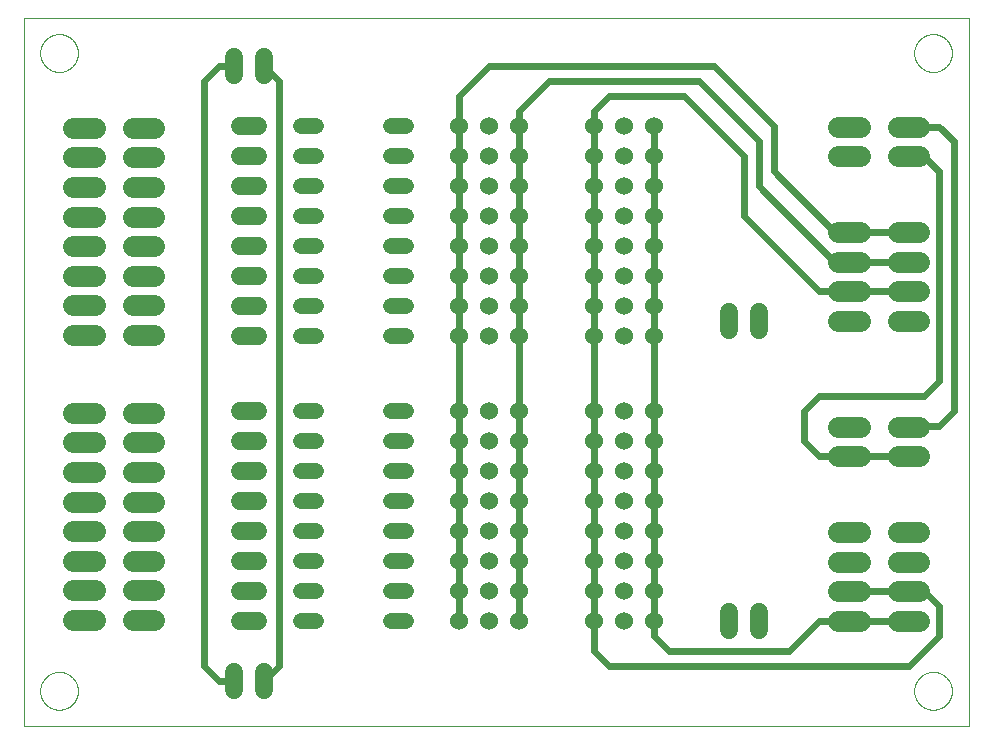
<source format=gbl>
G75*
%MOIN*%
%OFA0B0*%
%FSLAX25Y25*%
%IPPOS*%
%LPD*%
%AMOC8*
5,1,8,0,0,1.08239X$1,22.5*
%
%ADD10C,0.00000*%
%ADD11C,0.06000*%
%ADD12C,0.06000*%
%ADD13C,0.07087*%
%ADD14C,0.05200*%
%ADD15C,0.02400*%
D10*
X0001000Y0001000D02*
X0001000Y0237220D01*
X0315961Y0237220D01*
X0315961Y0001000D01*
X0001000Y0001000D01*
X0006512Y0012811D02*
X0006514Y0012969D01*
X0006520Y0013127D01*
X0006530Y0013285D01*
X0006544Y0013443D01*
X0006562Y0013600D01*
X0006583Y0013757D01*
X0006609Y0013913D01*
X0006639Y0014069D01*
X0006672Y0014224D01*
X0006710Y0014377D01*
X0006751Y0014530D01*
X0006796Y0014682D01*
X0006845Y0014833D01*
X0006898Y0014982D01*
X0006954Y0015130D01*
X0007014Y0015276D01*
X0007078Y0015421D01*
X0007146Y0015564D01*
X0007217Y0015706D01*
X0007291Y0015846D01*
X0007369Y0015983D01*
X0007451Y0016119D01*
X0007535Y0016253D01*
X0007624Y0016384D01*
X0007715Y0016513D01*
X0007810Y0016640D01*
X0007907Y0016765D01*
X0008008Y0016887D01*
X0008112Y0017006D01*
X0008219Y0017123D01*
X0008329Y0017237D01*
X0008442Y0017348D01*
X0008557Y0017457D01*
X0008675Y0017562D01*
X0008796Y0017664D01*
X0008919Y0017764D01*
X0009045Y0017860D01*
X0009173Y0017953D01*
X0009303Y0018043D01*
X0009436Y0018129D01*
X0009571Y0018213D01*
X0009707Y0018292D01*
X0009846Y0018369D01*
X0009987Y0018441D01*
X0010129Y0018511D01*
X0010273Y0018576D01*
X0010419Y0018638D01*
X0010566Y0018696D01*
X0010715Y0018751D01*
X0010865Y0018802D01*
X0011016Y0018849D01*
X0011168Y0018892D01*
X0011321Y0018931D01*
X0011476Y0018967D01*
X0011631Y0018998D01*
X0011787Y0019026D01*
X0011943Y0019050D01*
X0012100Y0019070D01*
X0012258Y0019086D01*
X0012415Y0019098D01*
X0012574Y0019106D01*
X0012732Y0019110D01*
X0012890Y0019110D01*
X0013048Y0019106D01*
X0013207Y0019098D01*
X0013364Y0019086D01*
X0013522Y0019070D01*
X0013679Y0019050D01*
X0013835Y0019026D01*
X0013991Y0018998D01*
X0014146Y0018967D01*
X0014301Y0018931D01*
X0014454Y0018892D01*
X0014606Y0018849D01*
X0014757Y0018802D01*
X0014907Y0018751D01*
X0015056Y0018696D01*
X0015203Y0018638D01*
X0015349Y0018576D01*
X0015493Y0018511D01*
X0015635Y0018441D01*
X0015776Y0018369D01*
X0015915Y0018292D01*
X0016051Y0018213D01*
X0016186Y0018129D01*
X0016319Y0018043D01*
X0016449Y0017953D01*
X0016577Y0017860D01*
X0016703Y0017764D01*
X0016826Y0017664D01*
X0016947Y0017562D01*
X0017065Y0017457D01*
X0017180Y0017348D01*
X0017293Y0017237D01*
X0017403Y0017123D01*
X0017510Y0017006D01*
X0017614Y0016887D01*
X0017715Y0016765D01*
X0017812Y0016640D01*
X0017907Y0016513D01*
X0017998Y0016384D01*
X0018087Y0016253D01*
X0018171Y0016119D01*
X0018253Y0015983D01*
X0018331Y0015846D01*
X0018405Y0015706D01*
X0018476Y0015564D01*
X0018544Y0015421D01*
X0018608Y0015276D01*
X0018668Y0015130D01*
X0018724Y0014982D01*
X0018777Y0014833D01*
X0018826Y0014682D01*
X0018871Y0014530D01*
X0018912Y0014377D01*
X0018950Y0014224D01*
X0018983Y0014069D01*
X0019013Y0013913D01*
X0019039Y0013757D01*
X0019060Y0013600D01*
X0019078Y0013443D01*
X0019092Y0013285D01*
X0019102Y0013127D01*
X0019108Y0012969D01*
X0019110Y0012811D01*
X0019108Y0012653D01*
X0019102Y0012495D01*
X0019092Y0012337D01*
X0019078Y0012179D01*
X0019060Y0012022D01*
X0019039Y0011865D01*
X0019013Y0011709D01*
X0018983Y0011553D01*
X0018950Y0011398D01*
X0018912Y0011245D01*
X0018871Y0011092D01*
X0018826Y0010940D01*
X0018777Y0010789D01*
X0018724Y0010640D01*
X0018668Y0010492D01*
X0018608Y0010346D01*
X0018544Y0010201D01*
X0018476Y0010058D01*
X0018405Y0009916D01*
X0018331Y0009776D01*
X0018253Y0009639D01*
X0018171Y0009503D01*
X0018087Y0009369D01*
X0017998Y0009238D01*
X0017907Y0009109D01*
X0017812Y0008982D01*
X0017715Y0008857D01*
X0017614Y0008735D01*
X0017510Y0008616D01*
X0017403Y0008499D01*
X0017293Y0008385D01*
X0017180Y0008274D01*
X0017065Y0008165D01*
X0016947Y0008060D01*
X0016826Y0007958D01*
X0016703Y0007858D01*
X0016577Y0007762D01*
X0016449Y0007669D01*
X0016319Y0007579D01*
X0016186Y0007493D01*
X0016051Y0007409D01*
X0015915Y0007330D01*
X0015776Y0007253D01*
X0015635Y0007181D01*
X0015493Y0007111D01*
X0015349Y0007046D01*
X0015203Y0006984D01*
X0015056Y0006926D01*
X0014907Y0006871D01*
X0014757Y0006820D01*
X0014606Y0006773D01*
X0014454Y0006730D01*
X0014301Y0006691D01*
X0014146Y0006655D01*
X0013991Y0006624D01*
X0013835Y0006596D01*
X0013679Y0006572D01*
X0013522Y0006552D01*
X0013364Y0006536D01*
X0013207Y0006524D01*
X0013048Y0006516D01*
X0012890Y0006512D01*
X0012732Y0006512D01*
X0012574Y0006516D01*
X0012415Y0006524D01*
X0012258Y0006536D01*
X0012100Y0006552D01*
X0011943Y0006572D01*
X0011787Y0006596D01*
X0011631Y0006624D01*
X0011476Y0006655D01*
X0011321Y0006691D01*
X0011168Y0006730D01*
X0011016Y0006773D01*
X0010865Y0006820D01*
X0010715Y0006871D01*
X0010566Y0006926D01*
X0010419Y0006984D01*
X0010273Y0007046D01*
X0010129Y0007111D01*
X0009987Y0007181D01*
X0009846Y0007253D01*
X0009707Y0007330D01*
X0009571Y0007409D01*
X0009436Y0007493D01*
X0009303Y0007579D01*
X0009173Y0007669D01*
X0009045Y0007762D01*
X0008919Y0007858D01*
X0008796Y0007958D01*
X0008675Y0008060D01*
X0008557Y0008165D01*
X0008442Y0008274D01*
X0008329Y0008385D01*
X0008219Y0008499D01*
X0008112Y0008616D01*
X0008008Y0008735D01*
X0007907Y0008857D01*
X0007810Y0008982D01*
X0007715Y0009109D01*
X0007624Y0009238D01*
X0007535Y0009369D01*
X0007451Y0009503D01*
X0007369Y0009639D01*
X0007291Y0009776D01*
X0007217Y0009916D01*
X0007146Y0010058D01*
X0007078Y0010201D01*
X0007014Y0010346D01*
X0006954Y0010492D01*
X0006898Y0010640D01*
X0006845Y0010789D01*
X0006796Y0010940D01*
X0006751Y0011092D01*
X0006710Y0011245D01*
X0006672Y0011398D01*
X0006639Y0011553D01*
X0006609Y0011709D01*
X0006583Y0011865D01*
X0006562Y0012022D01*
X0006544Y0012179D01*
X0006530Y0012337D01*
X0006520Y0012495D01*
X0006514Y0012653D01*
X0006512Y0012811D01*
X0006512Y0225409D02*
X0006514Y0225567D01*
X0006520Y0225725D01*
X0006530Y0225883D01*
X0006544Y0226041D01*
X0006562Y0226198D01*
X0006583Y0226355D01*
X0006609Y0226511D01*
X0006639Y0226667D01*
X0006672Y0226822D01*
X0006710Y0226975D01*
X0006751Y0227128D01*
X0006796Y0227280D01*
X0006845Y0227431D01*
X0006898Y0227580D01*
X0006954Y0227728D01*
X0007014Y0227874D01*
X0007078Y0228019D01*
X0007146Y0228162D01*
X0007217Y0228304D01*
X0007291Y0228444D01*
X0007369Y0228581D01*
X0007451Y0228717D01*
X0007535Y0228851D01*
X0007624Y0228982D01*
X0007715Y0229111D01*
X0007810Y0229238D01*
X0007907Y0229363D01*
X0008008Y0229485D01*
X0008112Y0229604D01*
X0008219Y0229721D01*
X0008329Y0229835D01*
X0008442Y0229946D01*
X0008557Y0230055D01*
X0008675Y0230160D01*
X0008796Y0230262D01*
X0008919Y0230362D01*
X0009045Y0230458D01*
X0009173Y0230551D01*
X0009303Y0230641D01*
X0009436Y0230727D01*
X0009571Y0230811D01*
X0009707Y0230890D01*
X0009846Y0230967D01*
X0009987Y0231039D01*
X0010129Y0231109D01*
X0010273Y0231174D01*
X0010419Y0231236D01*
X0010566Y0231294D01*
X0010715Y0231349D01*
X0010865Y0231400D01*
X0011016Y0231447D01*
X0011168Y0231490D01*
X0011321Y0231529D01*
X0011476Y0231565D01*
X0011631Y0231596D01*
X0011787Y0231624D01*
X0011943Y0231648D01*
X0012100Y0231668D01*
X0012258Y0231684D01*
X0012415Y0231696D01*
X0012574Y0231704D01*
X0012732Y0231708D01*
X0012890Y0231708D01*
X0013048Y0231704D01*
X0013207Y0231696D01*
X0013364Y0231684D01*
X0013522Y0231668D01*
X0013679Y0231648D01*
X0013835Y0231624D01*
X0013991Y0231596D01*
X0014146Y0231565D01*
X0014301Y0231529D01*
X0014454Y0231490D01*
X0014606Y0231447D01*
X0014757Y0231400D01*
X0014907Y0231349D01*
X0015056Y0231294D01*
X0015203Y0231236D01*
X0015349Y0231174D01*
X0015493Y0231109D01*
X0015635Y0231039D01*
X0015776Y0230967D01*
X0015915Y0230890D01*
X0016051Y0230811D01*
X0016186Y0230727D01*
X0016319Y0230641D01*
X0016449Y0230551D01*
X0016577Y0230458D01*
X0016703Y0230362D01*
X0016826Y0230262D01*
X0016947Y0230160D01*
X0017065Y0230055D01*
X0017180Y0229946D01*
X0017293Y0229835D01*
X0017403Y0229721D01*
X0017510Y0229604D01*
X0017614Y0229485D01*
X0017715Y0229363D01*
X0017812Y0229238D01*
X0017907Y0229111D01*
X0017998Y0228982D01*
X0018087Y0228851D01*
X0018171Y0228717D01*
X0018253Y0228581D01*
X0018331Y0228444D01*
X0018405Y0228304D01*
X0018476Y0228162D01*
X0018544Y0228019D01*
X0018608Y0227874D01*
X0018668Y0227728D01*
X0018724Y0227580D01*
X0018777Y0227431D01*
X0018826Y0227280D01*
X0018871Y0227128D01*
X0018912Y0226975D01*
X0018950Y0226822D01*
X0018983Y0226667D01*
X0019013Y0226511D01*
X0019039Y0226355D01*
X0019060Y0226198D01*
X0019078Y0226041D01*
X0019092Y0225883D01*
X0019102Y0225725D01*
X0019108Y0225567D01*
X0019110Y0225409D01*
X0019108Y0225251D01*
X0019102Y0225093D01*
X0019092Y0224935D01*
X0019078Y0224777D01*
X0019060Y0224620D01*
X0019039Y0224463D01*
X0019013Y0224307D01*
X0018983Y0224151D01*
X0018950Y0223996D01*
X0018912Y0223843D01*
X0018871Y0223690D01*
X0018826Y0223538D01*
X0018777Y0223387D01*
X0018724Y0223238D01*
X0018668Y0223090D01*
X0018608Y0222944D01*
X0018544Y0222799D01*
X0018476Y0222656D01*
X0018405Y0222514D01*
X0018331Y0222374D01*
X0018253Y0222237D01*
X0018171Y0222101D01*
X0018087Y0221967D01*
X0017998Y0221836D01*
X0017907Y0221707D01*
X0017812Y0221580D01*
X0017715Y0221455D01*
X0017614Y0221333D01*
X0017510Y0221214D01*
X0017403Y0221097D01*
X0017293Y0220983D01*
X0017180Y0220872D01*
X0017065Y0220763D01*
X0016947Y0220658D01*
X0016826Y0220556D01*
X0016703Y0220456D01*
X0016577Y0220360D01*
X0016449Y0220267D01*
X0016319Y0220177D01*
X0016186Y0220091D01*
X0016051Y0220007D01*
X0015915Y0219928D01*
X0015776Y0219851D01*
X0015635Y0219779D01*
X0015493Y0219709D01*
X0015349Y0219644D01*
X0015203Y0219582D01*
X0015056Y0219524D01*
X0014907Y0219469D01*
X0014757Y0219418D01*
X0014606Y0219371D01*
X0014454Y0219328D01*
X0014301Y0219289D01*
X0014146Y0219253D01*
X0013991Y0219222D01*
X0013835Y0219194D01*
X0013679Y0219170D01*
X0013522Y0219150D01*
X0013364Y0219134D01*
X0013207Y0219122D01*
X0013048Y0219114D01*
X0012890Y0219110D01*
X0012732Y0219110D01*
X0012574Y0219114D01*
X0012415Y0219122D01*
X0012258Y0219134D01*
X0012100Y0219150D01*
X0011943Y0219170D01*
X0011787Y0219194D01*
X0011631Y0219222D01*
X0011476Y0219253D01*
X0011321Y0219289D01*
X0011168Y0219328D01*
X0011016Y0219371D01*
X0010865Y0219418D01*
X0010715Y0219469D01*
X0010566Y0219524D01*
X0010419Y0219582D01*
X0010273Y0219644D01*
X0010129Y0219709D01*
X0009987Y0219779D01*
X0009846Y0219851D01*
X0009707Y0219928D01*
X0009571Y0220007D01*
X0009436Y0220091D01*
X0009303Y0220177D01*
X0009173Y0220267D01*
X0009045Y0220360D01*
X0008919Y0220456D01*
X0008796Y0220556D01*
X0008675Y0220658D01*
X0008557Y0220763D01*
X0008442Y0220872D01*
X0008329Y0220983D01*
X0008219Y0221097D01*
X0008112Y0221214D01*
X0008008Y0221333D01*
X0007907Y0221455D01*
X0007810Y0221580D01*
X0007715Y0221707D01*
X0007624Y0221836D01*
X0007535Y0221967D01*
X0007451Y0222101D01*
X0007369Y0222237D01*
X0007291Y0222374D01*
X0007217Y0222514D01*
X0007146Y0222656D01*
X0007078Y0222799D01*
X0007014Y0222944D01*
X0006954Y0223090D01*
X0006898Y0223238D01*
X0006845Y0223387D01*
X0006796Y0223538D01*
X0006751Y0223690D01*
X0006710Y0223843D01*
X0006672Y0223996D01*
X0006639Y0224151D01*
X0006609Y0224307D01*
X0006583Y0224463D01*
X0006562Y0224620D01*
X0006544Y0224777D01*
X0006530Y0224935D01*
X0006520Y0225093D01*
X0006514Y0225251D01*
X0006512Y0225409D01*
X0297851Y0225409D02*
X0297853Y0225567D01*
X0297859Y0225725D01*
X0297869Y0225883D01*
X0297883Y0226041D01*
X0297901Y0226198D01*
X0297922Y0226355D01*
X0297948Y0226511D01*
X0297978Y0226667D01*
X0298011Y0226822D01*
X0298049Y0226975D01*
X0298090Y0227128D01*
X0298135Y0227280D01*
X0298184Y0227431D01*
X0298237Y0227580D01*
X0298293Y0227728D01*
X0298353Y0227874D01*
X0298417Y0228019D01*
X0298485Y0228162D01*
X0298556Y0228304D01*
X0298630Y0228444D01*
X0298708Y0228581D01*
X0298790Y0228717D01*
X0298874Y0228851D01*
X0298963Y0228982D01*
X0299054Y0229111D01*
X0299149Y0229238D01*
X0299246Y0229363D01*
X0299347Y0229485D01*
X0299451Y0229604D01*
X0299558Y0229721D01*
X0299668Y0229835D01*
X0299781Y0229946D01*
X0299896Y0230055D01*
X0300014Y0230160D01*
X0300135Y0230262D01*
X0300258Y0230362D01*
X0300384Y0230458D01*
X0300512Y0230551D01*
X0300642Y0230641D01*
X0300775Y0230727D01*
X0300910Y0230811D01*
X0301046Y0230890D01*
X0301185Y0230967D01*
X0301326Y0231039D01*
X0301468Y0231109D01*
X0301612Y0231174D01*
X0301758Y0231236D01*
X0301905Y0231294D01*
X0302054Y0231349D01*
X0302204Y0231400D01*
X0302355Y0231447D01*
X0302507Y0231490D01*
X0302660Y0231529D01*
X0302815Y0231565D01*
X0302970Y0231596D01*
X0303126Y0231624D01*
X0303282Y0231648D01*
X0303439Y0231668D01*
X0303597Y0231684D01*
X0303754Y0231696D01*
X0303913Y0231704D01*
X0304071Y0231708D01*
X0304229Y0231708D01*
X0304387Y0231704D01*
X0304546Y0231696D01*
X0304703Y0231684D01*
X0304861Y0231668D01*
X0305018Y0231648D01*
X0305174Y0231624D01*
X0305330Y0231596D01*
X0305485Y0231565D01*
X0305640Y0231529D01*
X0305793Y0231490D01*
X0305945Y0231447D01*
X0306096Y0231400D01*
X0306246Y0231349D01*
X0306395Y0231294D01*
X0306542Y0231236D01*
X0306688Y0231174D01*
X0306832Y0231109D01*
X0306974Y0231039D01*
X0307115Y0230967D01*
X0307254Y0230890D01*
X0307390Y0230811D01*
X0307525Y0230727D01*
X0307658Y0230641D01*
X0307788Y0230551D01*
X0307916Y0230458D01*
X0308042Y0230362D01*
X0308165Y0230262D01*
X0308286Y0230160D01*
X0308404Y0230055D01*
X0308519Y0229946D01*
X0308632Y0229835D01*
X0308742Y0229721D01*
X0308849Y0229604D01*
X0308953Y0229485D01*
X0309054Y0229363D01*
X0309151Y0229238D01*
X0309246Y0229111D01*
X0309337Y0228982D01*
X0309426Y0228851D01*
X0309510Y0228717D01*
X0309592Y0228581D01*
X0309670Y0228444D01*
X0309744Y0228304D01*
X0309815Y0228162D01*
X0309883Y0228019D01*
X0309947Y0227874D01*
X0310007Y0227728D01*
X0310063Y0227580D01*
X0310116Y0227431D01*
X0310165Y0227280D01*
X0310210Y0227128D01*
X0310251Y0226975D01*
X0310289Y0226822D01*
X0310322Y0226667D01*
X0310352Y0226511D01*
X0310378Y0226355D01*
X0310399Y0226198D01*
X0310417Y0226041D01*
X0310431Y0225883D01*
X0310441Y0225725D01*
X0310447Y0225567D01*
X0310449Y0225409D01*
X0310447Y0225251D01*
X0310441Y0225093D01*
X0310431Y0224935D01*
X0310417Y0224777D01*
X0310399Y0224620D01*
X0310378Y0224463D01*
X0310352Y0224307D01*
X0310322Y0224151D01*
X0310289Y0223996D01*
X0310251Y0223843D01*
X0310210Y0223690D01*
X0310165Y0223538D01*
X0310116Y0223387D01*
X0310063Y0223238D01*
X0310007Y0223090D01*
X0309947Y0222944D01*
X0309883Y0222799D01*
X0309815Y0222656D01*
X0309744Y0222514D01*
X0309670Y0222374D01*
X0309592Y0222237D01*
X0309510Y0222101D01*
X0309426Y0221967D01*
X0309337Y0221836D01*
X0309246Y0221707D01*
X0309151Y0221580D01*
X0309054Y0221455D01*
X0308953Y0221333D01*
X0308849Y0221214D01*
X0308742Y0221097D01*
X0308632Y0220983D01*
X0308519Y0220872D01*
X0308404Y0220763D01*
X0308286Y0220658D01*
X0308165Y0220556D01*
X0308042Y0220456D01*
X0307916Y0220360D01*
X0307788Y0220267D01*
X0307658Y0220177D01*
X0307525Y0220091D01*
X0307390Y0220007D01*
X0307254Y0219928D01*
X0307115Y0219851D01*
X0306974Y0219779D01*
X0306832Y0219709D01*
X0306688Y0219644D01*
X0306542Y0219582D01*
X0306395Y0219524D01*
X0306246Y0219469D01*
X0306096Y0219418D01*
X0305945Y0219371D01*
X0305793Y0219328D01*
X0305640Y0219289D01*
X0305485Y0219253D01*
X0305330Y0219222D01*
X0305174Y0219194D01*
X0305018Y0219170D01*
X0304861Y0219150D01*
X0304703Y0219134D01*
X0304546Y0219122D01*
X0304387Y0219114D01*
X0304229Y0219110D01*
X0304071Y0219110D01*
X0303913Y0219114D01*
X0303754Y0219122D01*
X0303597Y0219134D01*
X0303439Y0219150D01*
X0303282Y0219170D01*
X0303126Y0219194D01*
X0302970Y0219222D01*
X0302815Y0219253D01*
X0302660Y0219289D01*
X0302507Y0219328D01*
X0302355Y0219371D01*
X0302204Y0219418D01*
X0302054Y0219469D01*
X0301905Y0219524D01*
X0301758Y0219582D01*
X0301612Y0219644D01*
X0301468Y0219709D01*
X0301326Y0219779D01*
X0301185Y0219851D01*
X0301046Y0219928D01*
X0300910Y0220007D01*
X0300775Y0220091D01*
X0300642Y0220177D01*
X0300512Y0220267D01*
X0300384Y0220360D01*
X0300258Y0220456D01*
X0300135Y0220556D01*
X0300014Y0220658D01*
X0299896Y0220763D01*
X0299781Y0220872D01*
X0299668Y0220983D01*
X0299558Y0221097D01*
X0299451Y0221214D01*
X0299347Y0221333D01*
X0299246Y0221455D01*
X0299149Y0221580D01*
X0299054Y0221707D01*
X0298963Y0221836D01*
X0298874Y0221967D01*
X0298790Y0222101D01*
X0298708Y0222237D01*
X0298630Y0222374D01*
X0298556Y0222514D01*
X0298485Y0222656D01*
X0298417Y0222799D01*
X0298353Y0222944D01*
X0298293Y0223090D01*
X0298237Y0223238D01*
X0298184Y0223387D01*
X0298135Y0223538D01*
X0298090Y0223690D01*
X0298049Y0223843D01*
X0298011Y0223996D01*
X0297978Y0224151D01*
X0297948Y0224307D01*
X0297922Y0224463D01*
X0297901Y0224620D01*
X0297883Y0224777D01*
X0297869Y0224935D01*
X0297859Y0225093D01*
X0297853Y0225251D01*
X0297851Y0225409D01*
X0297851Y0012811D02*
X0297853Y0012969D01*
X0297859Y0013127D01*
X0297869Y0013285D01*
X0297883Y0013443D01*
X0297901Y0013600D01*
X0297922Y0013757D01*
X0297948Y0013913D01*
X0297978Y0014069D01*
X0298011Y0014224D01*
X0298049Y0014377D01*
X0298090Y0014530D01*
X0298135Y0014682D01*
X0298184Y0014833D01*
X0298237Y0014982D01*
X0298293Y0015130D01*
X0298353Y0015276D01*
X0298417Y0015421D01*
X0298485Y0015564D01*
X0298556Y0015706D01*
X0298630Y0015846D01*
X0298708Y0015983D01*
X0298790Y0016119D01*
X0298874Y0016253D01*
X0298963Y0016384D01*
X0299054Y0016513D01*
X0299149Y0016640D01*
X0299246Y0016765D01*
X0299347Y0016887D01*
X0299451Y0017006D01*
X0299558Y0017123D01*
X0299668Y0017237D01*
X0299781Y0017348D01*
X0299896Y0017457D01*
X0300014Y0017562D01*
X0300135Y0017664D01*
X0300258Y0017764D01*
X0300384Y0017860D01*
X0300512Y0017953D01*
X0300642Y0018043D01*
X0300775Y0018129D01*
X0300910Y0018213D01*
X0301046Y0018292D01*
X0301185Y0018369D01*
X0301326Y0018441D01*
X0301468Y0018511D01*
X0301612Y0018576D01*
X0301758Y0018638D01*
X0301905Y0018696D01*
X0302054Y0018751D01*
X0302204Y0018802D01*
X0302355Y0018849D01*
X0302507Y0018892D01*
X0302660Y0018931D01*
X0302815Y0018967D01*
X0302970Y0018998D01*
X0303126Y0019026D01*
X0303282Y0019050D01*
X0303439Y0019070D01*
X0303597Y0019086D01*
X0303754Y0019098D01*
X0303913Y0019106D01*
X0304071Y0019110D01*
X0304229Y0019110D01*
X0304387Y0019106D01*
X0304546Y0019098D01*
X0304703Y0019086D01*
X0304861Y0019070D01*
X0305018Y0019050D01*
X0305174Y0019026D01*
X0305330Y0018998D01*
X0305485Y0018967D01*
X0305640Y0018931D01*
X0305793Y0018892D01*
X0305945Y0018849D01*
X0306096Y0018802D01*
X0306246Y0018751D01*
X0306395Y0018696D01*
X0306542Y0018638D01*
X0306688Y0018576D01*
X0306832Y0018511D01*
X0306974Y0018441D01*
X0307115Y0018369D01*
X0307254Y0018292D01*
X0307390Y0018213D01*
X0307525Y0018129D01*
X0307658Y0018043D01*
X0307788Y0017953D01*
X0307916Y0017860D01*
X0308042Y0017764D01*
X0308165Y0017664D01*
X0308286Y0017562D01*
X0308404Y0017457D01*
X0308519Y0017348D01*
X0308632Y0017237D01*
X0308742Y0017123D01*
X0308849Y0017006D01*
X0308953Y0016887D01*
X0309054Y0016765D01*
X0309151Y0016640D01*
X0309246Y0016513D01*
X0309337Y0016384D01*
X0309426Y0016253D01*
X0309510Y0016119D01*
X0309592Y0015983D01*
X0309670Y0015846D01*
X0309744Y0015706D01*
X0309815Y0015564D01*
X0309883Y0015421D01*
X0309947Y0015276D01*
X0310007Y0015130D01*
X0310063Y0014982D01*
X0310116Y0014833D01*
X0310165Y0014682D01*
X0310210Y0014530D01*
X0310251Y0014377D01*
X0310289Y0014224D01*
X0310322Y0014069D01*
X0310352Y0013913D01*
X0310378Y0013757D01*
X0310399Y0013600D01*
X0310417Y0013443D01*
X0310431Y0013285D01*
X0310441Y0013127D01*
X0310447Y0012969D01*
X0310449Y0012811D01*
X0310447Y0012653D01*
X0310441Y0012495D01*
X0310431Y0012337D01*
X0310417Y0012179D01*
X0310399Y0012022D01*
X0310378Y0011865D01*
X0310352Y0011709D01*
X0310322Y0011553D01*
X0310289Y0011398D01*
X0310251Y0011245D01*
X0310210Y0011092D01*
X0310165Y0010940D01*
X0310116Y0010789D01*
X0310063Y0010640D01*
X0310007Y0010492D01*
X0309947Y0010346D01*
X0309883Y0010201D01*
X0309815Y0010058D01*
X0309744Y0009916D01*
X0309670Y0009776D01*
X0309592Y0009639D01*
X0309510Y0009503D01*
X0309426Y0009369D01*
X0309337Y0009238D01*
X0309246Y0009109D01*
X0309151Y0008982D01*
X0309054Y0008857D01*
X0308953Y0008735D01*
X0308849Y0008616D01*
X0308742Y0008499D01*
X0308632Y0008385D01*
X0308519Y0008274D01*
X0308404Y0008165D01*
X0308286Y0008060D01*
X0308165Y0007958D01*
X0308042Y0007858D01*
X0307916Y0007762D01*
X0307788Y0007669D01*
X0307658Y0007579D01*
X0307525Y0007493D01*
X0307390Y0007409D01*
X0307254Y0007330D01*
X0307115Y0007253D01*
X0306974Y0007181D01*
X0306832Y0007111D01*
X0306688Y0007046D01*
X0306542Y0006984D01*
X0306395Y0006926D01*
X0306246Y0006871D01*
X0306096Y0006820D01*
X0305945Y0006773D01*
X0305793Y0006730D01*
X0305640Y0006691D01*
X0305485Y0006655D01*
X0305330Y0006624D01*
X0305174Y0006596D01*
X0305018Y0006572D01*
X0304861Y0006552D01*
X0304703Y0006536D01*
X0304546Y0006524D01*
X0304387Y0006516D01*
X0304229Y0006512D01*
X0304071Y0006512D01*
X0303913Y0006516D01*
X0303754Y0006524D01*
X0303597Y0006536D01*
X0303439Y0006552D01*
X0303282Y0006572D01*
X0303126Y0006596D01*
X0302970Y0006624D01*
X0302815Y0006655D01*
X0302660Y0006691D01*
X0302507Y0006730D01*
X0302355Y0006773D01*
X0302204Y0006820D01*
X0302054Y0006871D01*
X0301905Y0006926D01*
X0301758Y0006984D01*
X0301612Y0007046D01*
X0301468Y0007111D01*
X0301326Y0007181D01*
X0301185Y0007253D01*
X0301046Y0007330D01*
X0300910Y0007409D01*
X0300775Y0007493D01*
X0300642Y0007579D01*
X0300512Y0007669D01*
X0300384Y0007762D01*
X0300258Y0007858D01*
X0300135Y0007958D01*
X0300014Y0008060D01*
X0299896Y0008165D01*
X0299781Y0008274D01*
X0299668Y0008385D01*
X0299558Y0008499D01*
X0299451Y0008616D01*
X0299347Y0008735D01*
X0299246Y0008857D01*
X0299149Y0008982D01*
X0299054Y0009109D01*
X0298963Y0009238D01*
X0298874Y0009369D01*
X0298790Y0009503D01*
X0298708Y0009639D01*
X0298630Y0009776D01*
X0298556Y0009916D01*
X0298485Y0010058D01*
X0298417Y0010201D01*
X0298353Y0010346D01*
X0298293Y0010492D01*
X0298237Y0010640D01*
X0298184Y0010789D01*
X0298135Y0010940D01*
X0298090Y0011092D01*
X0298049Y0011245D01*
X0298011Y0011398D01*
X0297978Y0011553D01*
X0297948Y0011709D01*
X0297922Y0011865D01*
X0297901Y0012022D01*
X0297883Y0012179D01*
X0297869Y0012337D01*
X0297859Y0012495D01*
X0297853Y0012653D01*
X0297851Y0012811D01*
D11*
X0246000Y0033000D02*
X0246000Y0039000D01*
X0236000Y0039000D02*
X0236000Y0033000D01*
X0236000Y0133000D02*
X0236000Y0139000D01*
X0246000Y0139000D02*
X0246000Y0133000D01*
X0081000Y0218000D02*
X0081000Y0224000D01*
X0071000Y0224000D02*
X0071000Y0218000D01*
X0073000Y0201000D02*
X0079000Y0201000D01*
X0079000Y0191000D02*
X0073000Y0191000D01*
X0073000Y0181000D02*
X0079000Y0181000D01*
X0079000Y0171000D02*
X0073000Y0171000D01*
X0073000Y0161000D02*
X0079000Y0161000D01*
X0079000Y0151000D02*
X0073000Y0151000D01*
X0073000Y0141000D02*
X0079000Y0141000D01*
X0079000Y0131000D02*
X0073000Y0131000D01*
X0073000Y0106000D02*
X0079000Y0106000D01*
X0079000Y0096000D02*
X0073000Y0096000D01*
X0073000Y0086000D02*
X0079000Y0086000D01*
X0079000Y0076000D02*
X0073000Y0076000D01*
X0073000Y0066000D02*
X0079000Y0066000D01*
X0079000Y0056000D02*
X0073000Y0056000D01*
X0073000Y0046000D02*
X0079000Y0046000D01*
X0079000Y0036000D02*
X0073000Y0036000D01*
X0071000Y0019000D02*
X0071000Y0013000D01*
X0081000Y0013000D02*
X0081000Y0019000D01*
D12*
X0146000Y0036000D03*
X0156000Y0036000D03*
X0166000Y0036000D03*
X0166000Y0046000D03*
X0156000Y0046000D03*
X0146000Y0046000D03*
X0146000Y0056000D03*
X0156000Y0056000D03*
X0166000Y0056000D03*
X0166000Y0066000D03*
X0156000Y0066000D03*
X0146000Y0066000D03*
X0146000Y0076000D03*
X0156000Y0076000D03*
X0166000Y0076000D03*
X0166000Y0086000D03*
X0156000Y0086000D03*
X0146000Y0086000D03*
X0146000Y0096000D03*
X0156000Y0096000D03*
X0166000Y0096000D03*
X0166000Y0106000D03*
X0156000Y0106000D03*
X0146000Y0106000D03*
X0146000Y0131000D03*
X0156000Y0131000D03*
X0166000Y0131000D03*
X0166000Y0141000D03*
X0156000Y0141000D03*
X0146000Y0141000D03*
X0146000Y0151000D03*
X0156000Y0151000D03*
X0166000Y0151000D03*
X0166000Y0161000D03*
X0156000Y0161000D03*
X0146000Y0161000D03*
X0146000Y0171000D03*
X0156000Y0171000D03*
X0166000Y0171000D03*
X0166000Y0181000D03*
X0156000Y0181000D03*
X0146000Y0181000D03*
X0146000Y0191000D03*
X0156000Y0191000D03*
X0166000Y0191000D03*
X0166000Y0201000D03*
X0156000Y0201000D03*
X0146000Y0201000D03*
X0191000Y0201000D03*
X0201000Y0201000D03*
X0211000Y0201000D03*
X0211000Y0191000D03*
X0201000Y0191000D03*
X0191000Y0191000D03*
X0191000Y0181000D03*
X0201000Y0181000D03*
X0211000Y0181000D03*
X0211000Y0171000D03*
X0201000Y0171000D03*
X0191000Y0171000D03*
X0191000Y0161000D03*
X0201000Y0161000D03*
X0211000Y0161000D03*
X0211000Y0151000D03*
X0201000Y0151000D03*
X0191000Y0151000D03*
X0191000Y0141000D03*
X0201000Y0141000D03*
X0211000Y0141000D03*
X0211000Y0131000D03*
X0201000Y0131000D03*
X0191000Y0131000D03*
X0191000Y0106000D03*
X0201000Y0106000D03*
X0211000Y0106000D03*
X0211000Y0096000D03*
X0201000Y0096000D03*
X0191000Y0096000D03*
X0191000Y0086000D03*
X0201000Y0086000D03*
X0211000Y0086000D03*
X0211000Y0076000D03*
X0201000Y0076000D03*
X0191000Y0076000D03*
X0191000Y0066000D03*
X0201000Y0066000D03*
X0211000Y0066000D03*
X0211000Y0056000D03*
X0201000Y0056000D03*
X0191000Y0056000D03*
X0191000Y0046000D03*
X0201000Y0046000D03*
X0211000Y0046000D03*
X0211000Y0036000D03*
X0201000Y0036000D03*
X0191000Y0036000D03*
D13*
X0272614Y0036236D02*
X0279701Y0036236D01*
X0279701Y0046079D02*
X0272614Y0046079D01*
X0272614Y0055921D02*
X0279701Y0055921D01*
X0279701Y0065764D02*
X0272614Y0065764D01*
X0292299Y0065764D02*
X0299386Y0065764D01*
X0299386Y0055921D02*
X0292299Y0055921D01*
X0292299Y0046079D02*
X0299386Y0046079D01*
X0299386Y0036236D02*
X0292299Y0036236D01*
X0292299Y0091079D02*
X0299386Y0091079D01*
X0299386Y0100921D02*
X0292299Y0100921D01*
X0279701Y0100921D02*
X0272614Y0100921D01*
X0272614Y0091079D02*
X0279701Y0091079D01*
X0279701Y0136236D02*
X0272614Y0136236D01*
X0272614Y0146079D02*
X0279701Y0146079D01*
X0279701Y0155921D02*
X0272614Y0155921D01*
X0272614Y0165764D02*
X0279701Y0165764D01*
X0292299Y0165764D02*
X0299386Y0165764D01*
X0299386Y0155921D02*
X0292299Y0155921D01*
X0292299Y0146079D02*
X0299386Y0146079D01*
X0299386Y0136236D02*
X0292299Y0136236D01*
X0292299Y0191079D02*
X0299386Y0191079D01*
X0299386Y0200921D02*
X0292299Y0200921D01*
X0279701Y0200921D02*
X0272614Y0200921D01*
X0272614Y0191079D02*
X0279701Y0191079D01*
X0044386Y0190606D02*
X0037299Y0190606D01*
X0037299Y0200449D02*
X0044386Y0200449D01*
X0024701Y0200449D02*
X0017614Y0200449D01*
X0017614Y0190606D02*
X0024701Y0190606D01*
X0024701Y0180764D02*
X0017614Y0180764D01*
X0017614Y0170921D02*
X0024701Y0170921D01*
X0024701Y0161079D02*
X0017614Y0161079D01*
X0017614Y0151236D02*
X0024701Y0151236D01*
X0024701Y0141394D02*
X0017614Y0141394D01*
X0017614Y0131551D02*
X0024701Y0131551D01*
X0037299Y0131551D02*
X0044386Y0131551D01*
X0044386Y0141394D02*
X0037299Y0141394D01*
X0037299Y0151236D02*
X0044386Y0151236D01*
X0044386Y0161079D02*
X0037299Y0161079D01*
X0037299Y0170921D02*
X0044386Y0170921D01*
X0044386Y0180764D02*
X0037299Y0180764D01*
X0037299Y0105449D02*
X0044386Y0105449D01*
X0044386Y0095606D02*
X0037299Y0095606D01*
X0037299Y0085764D02*
X0044386Y0085764D01*
X0044386Y0075921D02*
X0037299Y0075921D01*
X0037299Y0066079D02*
X0044386Y0066079D01*
X0044386Y0056236D02*
X0037299Y0056236D01*
X0037299Y0046394D02*
X0044386Y0046394D01*
X0044386Y0036551D02*
X0037299Y0036551D01*
X0024701Y0036551D02*
X0017614Y0036551D01*
X0017614Y0046394D02*
X0024701Y0046394D01*
X0024701Y0056236D02*
X0017614Y0056236D01*
X0017614Y0066079D02*
X0024701Y0066079D01*
X0024701Y0075921D02*
X0017614Y0075921D01*
X0017614Y0085764D02*
X0024701Y0085764D01*
X0024701Y0095606D02*
X0017614Y0095606D01*
X0017614Y0105449D02*
X0024701Y0105449D01*
D14*
X0093400Y0106000D02*
X0098600Y0106000D01*
X0098600Y0096000D02*
X0093400Y0096000D01*
X0093400Y0086000D02*
X0098600Y0086000D01*
X0098600Y0076000D02*
X0093400Y0076000D01*
X0093400Y0066000D02*
X0098600Y0066000D01*
X0098600Y0056000D02*
X0093400Y0056000D01*
X0093400Y0046000D02*
X0098600Y0046000D01*
X0098600Y0036000D02*
X0093400Y0036000D01*
X0123400Y0036000D02*
X0128600Y0036000D01*
X0128600Y0046000D02*
X0123400Y0046000D01*
X0123400Y0056000D02*
X0128600Y0056000D01*
X0128600Y0066000D02*
X0123400Y0066000D01*
X0123400Y0076000D02*
X0128600Y0076000D01*
X0128600Y0086000D02*
X0123400Y0086000D01*
X0123400Y0096000D02*
X0128600Y0096000D01*
X0128600Y0106000D02*
X0123400Y0106000D01*
X0123400Y0131000D02*
X0128600Y0131000D01*
X0128600Y0141000D02*
X0123400Y0141000D01*
X0123400Y0151000D02*
X0128600Y0151000D01*
X0128600Y0161000D02*
X0123400Y0161000D01*
X0123400Y0171000D02*
X0128600Y0171000D01*
X0128600Y0181000D02*
X0123400Y0181000D01*
X0123400Y0191000D02*
X0128600Y0191000D01*
X0128600Y0201000D02*
X0123400Y0201000D01*
X0098600Y0201000D02*
X0093400Y0201000D01*
X0093400Y0191000D02*
X0098600Y0191000D01*
X0098600Y0181000D02*
X0093400Y0181000D01*
X0093400Y0171000D02*
X0098600Y0171000D01*
X0098600Y0161000D02*
X0093400Y0161000D01*
X0093400Y0151000D02*
X0098600Y0151000D01*
X0098600Y0141000D02*
X0093400Y0141000D01*
X0093400Y0131000D02*
X0098600Y0131000D01*
D15*
X0146000Y0131000D02*
X0146000Y0106000D01*
X0146000Y0096000D01*
X0146000Y0086000D01*
X0146000Y0076000D01*
X0146000Y0066000D01*
X0146000Y0056000D01*
X0146000Y0046000D01*
X0146000Y0036000D01*
X0166000Y0036000D02*
X0166000Y0046000D01*
X0166000Y0056000D01*
X0166000Y0066000D01*
X0166000Y0076000D01*
X0166000Y0086000D01*
X0166000Y0096000D01*
X0166000Y0106000D01*
X0166000Y0131000D01*
X0166000Y0141000D01*
X0166000Y0151000D01*
X0166000Y0161000D01*
X0166000Y0171000D01*
X0166000Y0181000D01*
X0166000Y0191000D01*
X0166000Y0201000D01*
X0166000Y0206000D01*
X0176000Y0216000D01*
X0226000Y0216000D01*
X0246000Y0196000D01*
X0246000Y0181000D01*
X0271079Y0155921D01*
X0295843Y0155921D01*
X0295843Y0146079D02*
X0266000Y0146079D01*
X0241000Y0171079D01*
X0241000Y0191000D01*
X0221000Y0211000D01*
X0196000Y0211000D01*
X0191000Y0206000D01*
X0191000Y0181000D01*
X0191000Y0171000D01*
X0191000Y0161000D01*
X0191000Y0151000D01*
X0191000Y0141000D01*
X0191000Y0131000D01*
X0191000Y0106000D01*
X0191000Y0096000D01*
X0191000Y0086000D01*
X0191000Y0076000D01*
X0191000Y0066000D01*
X0191000Y0056000D01*
X0191000Y0046000D01*
X0191000Y0036000D01*
X0191000Y0026000D01*
X0196000Y0021000D01*
X0296000Y0021000D01*
X0306000Y0031000D01*
X0306000Y0041000D01*
X0301000Y0046000D01*
X0276000Y0046000D01*
X0276079Y0046079D01*
X0295843Y0046079D01*
X0295843Y0036236D02*
X0266236Y0036236D01*
X0256000Y0026000D01*
X0216000Y0026000D01*
X0211000Y0031000D01*
X0211000Y0036000D01*
X0211000Y0046000D01*
X0211000Y0056000D01*
X0211000Y0066000D01*
X0211000Y0076000D01*
X0211000Y0086000D01*
X0211000Y0096000D01*
X0211000Y0106000D01*
X0211000Y0131000D01*
X0211000Y0141000D01*
X0211000Y0151000D01*
X0211000Y0161000D01*
X0211000Y0171000D01*
X0211000Y0181000D01*
X0211000Y0191000D01*
X0211000Y0201000D01*
X0191000Y0201000D02*
X0191000Y0191000D01*
X0191000Y0181000D01*
X0146000Y0181000D02*
X0146000Y0171000D01*
X0146000Y0161000D01*
X0146000Y0151000D01*
X0146000Y0141000D01*
X0146000Y0131000D01*
X0146000Y0181000D02*
X0146000Y0191000D01*
X0146000Y0201000D01*
X0146000Y0211000D01*
X0156000Y0221000D01*
X0231000Y0221000D01*
X0251000Y0201000D01*
X0251000Y0186000D01*
X0271236Y0165764D01*
X0295843Y0165764D01*
X0306000Y0186000D02*
X0306000Y0116000D01*
X0301000Y0111000D01*
X0266000Y0111000D01*
X0261000Y0106000D01*
X0261000Y0096000D01*
X0266000Y0091000D01*
X0295764Y0091000D01*
X0295843Y0091079D01*
X0295843Y0100921D02*
X0295921Y0101000D01*
X0306000Y0101000D01*
X0311000Y0106000D01*
X0311000Y0196000D01*
X0306079Y0200921D01*
X0295843Y0200921D01*
X0295843Y0191079D02*
X0300921Y0191079D01*
X0306000Y0186000D01*
X0086000Y0216000D02*
X0081000Y0221000D01*
X0086000Y0216000D02*
X0086000Y0021000D01*
X0081000Y0016000D01*
X0071000Y0016000D02*
X0066000Y0016000D01*
X0061000Y0021000D01*
X0061000Y0216000D01*
X0066000Y0221000D01*
X0071000Y0221000D01*
M02*

</source>
